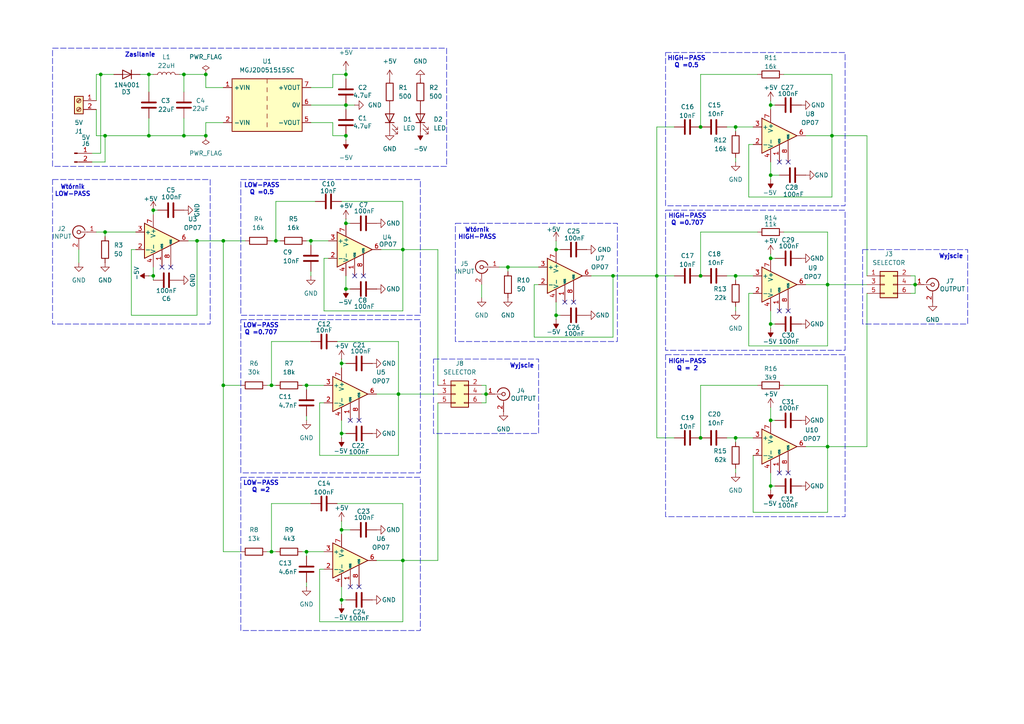
<source format=kicad_sch>
(kicad_sch (version 20231120) (generator "eeschema") (generator_version "8.0")
  (paper "A4")
  (lib_symbols
    (symbol "Amplifier_Operational:OP07" (pin_names (offset 0.127))
      (property "Reference" "U" (at 1.27 6.35 0))
      (property "Value" "OP07" (at 1.27 3.81 0))
      (symbol "OP07_1_1"
        (pin input line (at 0 -7.62 90) (length 5.08) (name "VOS") (number "1"))
        (pin input line (at -7.62 -2.54 0) (length 2.54) (name "-") (number "2"))
        (pin input line (at -7.62 2.54 0) (length 2.54) (name "+") (number "3"))
        (pin power_in line (at -2.54 -7.62 90) (length 3.81) (name "V-") (number "4"))
        (pin no_connect line (at 0 2.54 270) (length 2.54) hide (name "NC") (number "5"))
        (pin output line (at 7.62 0 180) (length 2.54) (name "~") (number "6"))
        (pin power_in line (at -2.54 7.62 270) (length 3.81) (name "V+") (number "7"))
        (pin input line (at 2.54 -7.62 90) (length 6.35) (name "VOS") (number "8"))
      )
    )
    (symbol "Connector:Conn_01x02_Pin" (pin_names (offset 1.016) hide)
      (property "Reference" "J" (at 0 2.54 0))
      (property "Value" "Conn_01x02_Pin" (at 0 -5.08 0))
      (symbol "Conn_01x02_Pin_1_1"
        (pin passive line (at 5.08 0 180) (length 3.81) (name "Pin_1") (number "1"))
        (pin passive line (at 5.08 -2.54 180) (length 3.81) (name "Pin_2") (number "2"))
      )
    )
    (symbol "Connector:Conn_Coaxial" (pin_names (offset 1.016) hide)
      (property "Reference" "J" (at 0.254 3.048 0))
      (property "Value" "Conn_Coaxial" (at 2.921 0 90))
      (symbol "Conn_Coaxial_1_1"
        (pin passive line (at -5.08 0 0) (length 2.54) (name "In") (number "1"))
        (pin passive line (at 0 -5.08 90) (length 2.54) (name "Ext") (number "2"))
      )
    )
    (symbol "Connector:Screw_Terminal_01x02" (pin_names (offset 1.016) hide)
      (property "Reference" "J" (at 0 2.54 0))
      (property "Value" "Screw_Terminal_01x02" (at 0 -5.08 0))
      (symbol "Screw_Terminal_01x02_1_1"
        (pin passive line (at -5.08 0 0) (length 3.81) (name "Pin_1") (number "1"))
        (pin passive line (at -5.08 -2.54 0) (length 3.81) (name "Pin_2") (number "2"))
      )
    )
    (symbol "Connector_Generic:Conn_02x03_Odd_Even" (pin_names (offset 1.016) hide)
      (property "Reference" "J" (at 1.27 5.08 0))
      (property "Value" "Conn_02x03_Odd_Even" (at 1.27 -5.08 0))
      (symbol "Conn_02x03_Odd_Even_1_1"
        (pin passive line (at -5.08 2.54 0) (length 3.81) (name "Pin_1") (number "1"))
        (pin passive line (at 7.62 2.54 180) (length 3.81) (name "Pin_2") (number "2"))
        (pin passive line (at -5.08 0 0) (length 3.81) (name "Pin_3") (number "3"))
        (pin passive line (at 7.62 0 180) (length 3.81) (name "Pin_4") (number "4"))
        (pin passive line (at -5.08 -2.54 0) (length 3.81) (name "Pin_5") (number "5"))
        (pin passive line (at 7.62 -2.54 180) (length 3.81) (name "Pin_6") (number "6"))
      )
    )
    (symbol "Converter_DCDC:MGJ2D051515SC"
      (property "Reference" "U" (at 0 11.43 0))
      (property "Value" "MGJ2D051515SC" (at 0 8.89 0))
      (symbol "MGJ2D051515SC_1_1"
        (pin power_in line (at -12.7 5.08 0) (length 2.54) (name "+VIN") (number "1"))
        (pin power_in line (at -12.7 -5.08 0) (length 2.54) (name "-VIN") (number "2"))
        (pin power_out line (at 12.7 -5.08 180) (length 2.54) (name "-VOUT") (number "5"))
        (pin power_out line (at 12.7 0 180) (length 2.54) (name "0V") (number "6"))
        (pin power_out line (at 12.7 5.08 180) (length 2.54) (name "+VOUT") (number "7"))
      )
    )
    (symbol "Device:C" (pin_numbers hide) (pin_names (offset 0.254))
      (property "Reference" "C" (at 0.635 2.54 0))
      (property "Value" "C" (at 0.635 -2.54 0))
      (symbol "C_1_1"
        (pin passive line (at 0 3.81 270) (length 2.794) (name "~") (number "1"))
        (pin passive line (at 0 -3.81 90) (length 2.794) (name "~") (number "2"))
      )
    )
    (symbol "Device:L" (pin_numbers hide) (pin_names (offset 1.016) hide)
      (property "Reference" "L" (at -1.27 0 90))
      (property "Value" "L" (at 1.905 0 90))
      (symbol "L_1_1"
        (pin passive line (at 0 3.81 270) (length 1.27) (name "1") (number "1"))
        (pin passive line (at 0 -3.81 90) (length 1.27) (name "2") (number "2"))
      )
    )
    (symbol "Device:LED" (pin_numbers hide) (pin_names (offset 1.016) hide)
      (property "Reference" "D" (at 0 2.54 0))
      (property "Value" "LED" (at 0 -2.54 0))
      (symbol "LED_1_1"
        (pin passive line (at -3.81 0 0) (length 2.54) (name "K") (number "1"))
        (pin passive line (at 3.81 0 180) (length 2.54) (name "A") (number "2"))
      )
    )
    (symbol "Device:R" (pin_numbers hide) (pin_names (offset 0))
      (property "Reference" "R" (at 2.032 0 90))
      (property "Value" "R" (at 0 0 90))
      (symbol "R_1_1"
        (pin passive line (at 0 3.81 270) (length 1.27) (name "~") (number "1"))
        (pin passive line (at 0 -3.81 90) (length 1.27) (name "~") (number "2"))
      )
    )
    (symbol "Diode:1N4001" (pin_numbers hide) (pin_names hide)
      (property "Reference" "D" (at 0 2.54 0))
      (property "Value" "1N4001" (at 0 -2.54 0))
      (symbol "1N4001_1_1"
        (pin passive line (at -3.81 0 0) (length 2.54) (name "K") (number "1"))
        (pin passive line (at 3.81 0 180) (length 2.54) (name "A") (number "2"))
      )
    )
    (symbol "power:+5V" (power) (pin_numbers hide) (pin_names (offset 0) hide)
      (property "Value" "+5V" (at 0 3.556 0))
      (symbol "+5V_1_1"
        (pin power_in line (at 0 0 90) (length 0) (name "~") (number "1"))
      )
    )
    (symbol "power:-5V" (power) (pin_numbers hide) (pin_names (offset 0) hide)
      (property "Value" "-5V" (at 0 3.556 0))
      (symbol "-5V_0_0"
        (pin power_in line (at 0 0 90) (length 0) (name "~") (number "1"))
      )
    )
    (symbol "power:GND" (power) (pin_numbers hide) (pin_names (offset 0) hide)
      (property "Value" "GND" (at 0 -3.81 0))
      (symbol "GND_1_1"
        (pin power_in line (at 0 0 270) (length 0) (name "~") (number "1"))
      )
    )
    (symbol "power:PWR_FLAG" (power) (pin_numbers hide) (pin_names (offset 0) hide)
      (property "Value" "PWR_FLAG" (at 0 3.81 0))
      (symbol "PWR_FLAG_0_0"
        (pin power_out line (at 0 0 90) (length 0) (name "~") (number "1"))
      )
    )
  )
  (junction (at 90.17 69.85))
  (junction (at 100.33 21.59))
  (junction (at 29.21 21.59))
  (junction (at 240.03 129.54))
  (junction (at 44.45 80.01))
  (junction (at 203.2 80.01))
  (junction (at 140.97 114.3))
  (junction (at 116.84 72.39))
  (junction (at 30.48 39.37))
  (junction (at 161.29 72.39))
  (junction (at 147.32 77.47))
  (junction (at 100.33 83.82))
  (junction (at 43.18 21.59))
  (junction (at 64.77 69.85))
  (junction (at 64.77 111.76))
  (junction (at 99.06 125.73))
  (junction (at 190.5 80.01))
  (junction (at 223.52 74.93))
  (junction (at 203.2 36.83))
  (junction (at 241.3 39.37))
  (junction (at 213.36 36.83))
  (junction (at 88.9 111.76))
  (junction (at 30.48 67.31))
  (junction (at 100.33 30.48))
  (junction (at 59.69 39.37))
  (junction (at 43.18 39.37))
  (junction (at 59.69 21.59))
  (junction (at 223.52 140.97))
  (junction (at 203.2 127))
  (junction (at 80.01 69.85))
  (junction (at 78.74 111.76))
  (junction (at 78.74 160.02))
  (junction (at 265.43 82.55))
  (junction (at 223.52 93.98))
  (junction (at 99.06 173.99))
  (junction (at 213.36 127))
  (junction (at 116.84 162.56))
  (junction (at 223.52 121.92))
  (junction (at 115.57 114.3))
  (junction (at 44.45 60.96))
  (junction (at 223.52 50.8))
  (junction (at 53.34 39.37))
  (junction (at 100.33 39.37))
  (junction (at 57.15 69.85))
  (junction (at 213.36 80.01))
  (junction (at 161.29 91.44))
  (junction (at 100.33 64.77))
  (junction (at 240.03 82.55))
  (junction (at 177.8 80.01))
  (junction (at 99.06 153.67))
  (junction (at 223.52 30.48))
  (junction (at 99.06 105.41))
  (junction (at 53.34 21.59))
  (junction (at 88.9 160.02))
  (no_connect (at 102.87 80.01))
  (no_connect (at 46.99 77.47))
  (no_connect (at 166.37 87.63))
  (no_connect (at 101.6 170.18))
  (no_connect (at 105.41 80.01))
  (no_connect (at 104.14 121.92))
  (no_connect (at 228.6 137.16))
  (no_connect (at 163.83 87.63))
  (no_connect (at 226.06 90.17))
  (no_connect (at 226.06 137.16))
  (no_connect (at 228.6 90.17))
  (no_connect (at 49.53 77.47))
  (no_connect (at 104.14 170.18))
  (no_connect (at 101.6 121.92))
  (no_connect (at 226.06 46.99))
  (no_connect (at 228.6 46.99))
  (wire (pts (xy 57.15 91.44) (xy 57.15 69.85)))
  (wire (pts (xy 96.52 21.59) (xy 100.33 21.59)))
  (wire (pts (xy 210.82 36.83) (xy 213.36 36.83)))
  (wire (pts (xy 100.33 20.32) (xy 100.33 21.59)))
  (wire (pts (xy 30.48 39.37) (xy 43.18 39.37)))
  (wire (pts (xy 99.06 105.41) (xy 100.33 105.41)))
  (wire (pts (xy 88.9 111.76) (xy 88.9 113.03)))
  (wire (pts (xy 43.18 80.01) (xy 44.45 80.01)))
  (wire (pts (xy 93.98 90.17) (xy 116.84 90.17)))
  (wire (pts (xy 88.9 160.02) (xy 88.9 161.29)))
  (wire (pts (xy 96.52 25.4) (xy 96.52 21.59)))
  (wire (pts (xy 190.5 80.01) (xy 195.58 80.01)))
  (wire (pts (xy 219.71 67.31) (xy 203.2 67.31)))
  (wire (pts (xy 264.16 85.09) (xy 265.43 85.09)))
  (wire (pts (xy 154.94 82.55) (xy 154.94 97.79)))
  (wire (pts (xy 161.29 69.85) (xy 161.29 72.39)))
  (wire (pts (xy 217.17 57.15) (xy 241.3 57.15)))
  (wire (pts (xy 29.21 44.45) (xy 29.21 21.59)))
  (wire (pts (xy 78.74 69.85) (xy 80.01 69.85)))
  (wire (pts (xy 116.84 180.34) (xy 116.84 162.56)))
  (wire (pts (xy 93.98 74.93) (xy 93.98 90.17)))
  (wire (pts (xy 88.9 168.91) (xy 88.9 170.18)))
  (wire (pts (xy 147.32 77.47) (xy 156.21 77.47)))
  (wire (pts (xy 57.15 69.85) (xy 54.61 69.85)))
  (wire (pts (xy 240.03 100.33) (xy 240.03 82.55)))
  (wire (pts (xy 223.52 30.48) (xy 223.52 31.75)))
  (wire (pts (xy 223.52 29.21) (xy 223.52 30.48)))
  (wire (pts (xy 110.49 72.39) (xy 116.84 72.39)))
  (wire (pts (xy 100.33 30.48) (xy 100.33 31.75)))
  (wire (pts (xy 241.3 39.37) (xy 251.46 39.37)))
  (wire (pts (xy 27.94 29.21) (xy 27.94 21.59)))
  (wire (pts (xy 116.84 90.17) (xy 116.84 72.39)))
  (wire (pts (xy 218.44 148.59) (xy 240.03 148.59)))
  (wire (pts (xy 88.9 69.85) (xy 90.17 69.85)))
  (wire (pts (xy 99.06 104.14) (xy 99.06 105.41)))
  (wire (pts (xy 30.48 67.31) (xy 27.94 67.31)))
  (wire (pts (xy 147.32 78.74) (xy 147.32 77.47)))
  (wire (pts (xy 59.69 25.4) (xy 64.77 25.4)))
  (wire (pts (xy 203.2 111.76) (xy 203.2 127)))
  (wire (pts (xy 53.34 39.37) (xy 59.69 39.37)))
  (wire (pts (xy 92.71 180.34) (xy 116.84 180.34)))
  (wire (pts (xy 26.67 44.45) (xy 29.21 44.45)))
  (wire (pts (xy 240.03 82.55) (xy 251.46 82.55)))
  (wire (pts (xy 140.97 111.76) (xy 140.97 114.3)))
  (wire (pts (xy 64.77 160.02) (xy 69.85 160.02)))
  (wire (pts (xy 96.52 39.37) (xy 100.33 39.37)))
  (wire (pts (xy 77.47 111.76) (xy 78.74 111.76)))
  (wire (pts (xy 59.69 35.56) (xy 64.77 35.56)))
  (wire (pts (xy 43.18 21.59) (xy 43.18 26.67)))
  (wire (pts (xy 233.68 39.37) (xy 241.3 39.37)))
  (wire (pts (xy 53.34 21.59) (xy 59.69 21.59)))
  (wire (pts (xy 100.33 30.48) (xy 102.87 30.48)))
  (wire (pts (xy 233.68 82.55) (xy 240.03 82.55)))
  (wire (pts (xy 99.06 153.67) (xy 99.06 154.94)))
  (wire (pts (xy 38.1 91.44) (xy 57.15 91.44)))
  (wire (pts (xy 213.36 80.01) (xy 218.44 80.01)))
  (wire (pts (xy 195.58 127) (xy 190.5 127)))
  (wire (pts (xy 38.1 72.39) (xy 38.1 91.44)))
  (wire (pts (xy 30.48 68.58) (xy 30.48 67.31)))
  (wire (pts (xy 203.2 21.59) (xy 203.2 36.83)))
  (wire (pts (xy 59.69 35.56) (xy 59.69 39.37)))
  (wire (pts (xy 97.79 146.05) (xy 116.84 146.05)))
  (wire (pts (xy 224.79 121.92) (xy 223.52 121.92)))
  (wire (pts (xy 30.48 46.99) (xy 30.48 39.37)))
  (wire (pts (xy 91.44 58.42) (xy 80.01 58.42)))
  (wire (pts (xy 80.01 58.42) (xy 80.01 69.85)))
  (wire (pts (xy 127 111.76) (xy 127 72.39)))
  (wire (pts (xy 64.77 111.76) (xy 64.77 160.02)))
  (wire (pts (xy 77.47 160.02) (xy 78.74 160.02)))
  (wire (pts (xy 171.45 80.01) (xy 177.8 80.01)))
  (wire (pts (xy 240.03 148.59) (xy 240.03 129.54)))
  (wire (pts (xy 78.74 160.02) (xy 80.01 160.02)))
  (wire (pts (xy 218.44 41.91) (xy 217.17 41.91)))
  (wire (pts (xy 203.2 67.31) (xy 203.2 80.01)))
  (wire (pts (xy 39.37 72.39) (xy 38.1 72.39)))
  (wire (pts (xy 99.06 125.73) (xy 99.06 121.92)))
  (wire (pts (xy 223.52 140.97) (xy 224.79 140.97)))
  (wire (pts (xy 213.36 135.89) (xy 213.36 137.16)))
  (wire (pts (xy 87.63 160.02) (xy 88.9 160.02)))
  (wire (pts (xy 223.52 93.98) (xy 223.52 90.17)))
  (wire (pts (xy 224.79 74.93) (xy 223.52 74.93)))
  (wire (pts (xy 100.33 63.5) (xy 100.33 64.77)))
  (wire (pts (xy 100.33 83.82) (xy 100.33 80.01)))
  (wire (pts (xy 88.9 120.65) (xy 88.9 121.92)))
  (wire (pts (xy 223.52 95.25) (xy 223.52 93.98)))
  (wire (pts (xy 190.5 36.83) (xy 195.58 36.83)))
  (wire (pts (xy 139.7 111.76) (xy 140.97 111.76)))
  (wire (pts (xy 218.44 85.09) (xy 217.17 85.09)))
  (wire (pts (xy 223.52 50.8) (xy 226.06 50.8)))
  (wire (pts (xy 90.17 30.48) (xy 100.33 30.48)))
  (wire (pts (xy 100.33 64.77) (xy 101.6 64.77)))
  (wire (pts (xy 80.01 69.85) (xy 81.28 69.85)))
  (wire (pts (xy 217.17 41.91) (xy 217.17 57.15)))
  (wire (pts (xy 109.22 114.3) (xy 115.57 114.3)))
  (wire (pts (xy 92.71 165.1) (xy 92.71 180.34)))
  (wire (pts (xy 139.7 86.36) (xy 139.7 82.55)))
  (wire (pts (xy 97.79 99.06) (xy 115.57 99.06)))
  (wire (pts (xy 213.36 88.9) (xy 213.36 90.17)))
  (wire (pts (xy 99.06 173.99) (xy 99.06 170.18)))
  (wire (pts (xy 190.5 36.83) (xy 190.5 80.01)))
  (wire (pts (xy 217.17 85.09) (xy 217.17 100.33)))
  (wire (pts (xy 127 116.84) (xy 127 162.56)))
  (wire (pts (xy 100.33 39.37) (xy 100.33 40.64)))
  (wire (pts (xy 223.52 142.24) (xy 223.52 140.97)))
  (wire (pts (xy 251.46 80.01) (xy 251.46 39.37)))
  (wire (pts (xy 109.22 162.56) (xy 116.84 162.56)))
  (wire (pts (xy 26.67 46.99) (xy 30.48 46.99)))
  (wire (pts (xy 240.03 129.54) (xy 251.46 129.54)))
  (wire (pts (xy 127 162.56) (xy 116.84 162.56)))
  (wire (pts (xy 223.52 140.97) (xy 223.52 137.16)))
  (wire (pts (xy 53.34 34.29) (xy 53.34 39.37)))
  (wire (pts (xy 93.98 116.84) (xy 92.71 116.84)))
  (wire (pts (xy 78.74 111.76) (xy 80.01 111.76)))
  (wire (pts (xy 92.71 132.08) (xy 115.57 132.08)))
  (wire (pts (xy 30.48 67.31) (xy 39.37 67.31)))
  (wire (pts (xy 99.06 151.13) (xy 99.06 153.67)))
  (wire (pts (xy 233.68 129.54) (xy 240.03 129.54)))
  (wire (pts (xy 99.06 175.26) (xy 99.06 173.99)))
  (wire (pts (xy 154.94 97.79) (xy 177.8 97.79)))
  (wire (pts (xy 223.52 52.07) (xy 223.52 50.8)))
  (wire (pts (xy 90.17 35.56) (xy 96.52 35.56)))
  (wire (pts (xy 115.57 132.08) (xy 115.57 114.3)))
  (wire (pts (xy 223.52 30.48) (xy 224.79 30.48)))
  (wire (pts (xy 240.03 67.31) (xy 240.03 82.55)))
  (wire (pts (xy 53.34 26.67) (xy 53.34 21.59)))
  (wire (pts (xy 64.77 111.76) (xy 69.85 111.76)))
  (wire (pts (xy 90.17 69.85) (xy 90.17 71.12)))
  (wire (pts (xy 99.06 153.67) (xy 101.6 153.67)))
  (wire (pts (xy 99.06 173.99) (xy 100.33 173.99)))
  (wire (pts (xy 27.94 39.37) (xy 30.48 39.37)))
  (wire (pts (xy 213.36 80.01) (xy 213.36 81.28)))
  (wire (pts (xy 223.52 93.98) (xy 224.79 93.98)))
  (wire (pts (xy 100.33 83.82) (xy 101.6 83.82)))
  (wire (pts (xy 227.33 67.31) (xy 240.03 67.31)))
  (wire (pts (xy 88.9 111.76) (xy 93.98 111.76)))
  (wire (pts (xy 93.98 165.1) (xy 92.71 165.1)))
  (wire (pts (xy 213.36 127) (xy 218.44 127)))
  (wire (pts (xy 96.52 35.56) (xy 96.52 39.37)))
  (wire (pts (xy 227.33 21.59) (xy 241.3 21.59)))
  (wire (pts (xy 213.36 45.72) (xy 213.36 46.99)))
  (wire (pts (xy 90.17 25.4) (xy 96.52 25.4)))
  (wire (pts (xy 78.74 146.05) (xy 78.74 160.02)))
  (wire (pts (xy 213.36 36.83) (xy 218.44 36.83)))
  (wire (pts (xy 43.18 34.29) (xy 43.18 39.37)))
  (wire (pts (xy 115.57 99.06) (xy 115.57 114.3)))
  (wire (pts (xy 99.06 125.73) (xy 100.33 125.73)))
  (wire (pts (xy 190.5 80.01) (xy 177.8 80.01)))
  (wire (pts (xy 213.36 36.83) (xy 213.36 38.1)))
  (wire (pts (xy 116.84 146.05) (xy 116.84 162.56)))
  (wire (pts (xy 116.84 58.42) (xy 116.84 72.39)))
  (wire (pts (xy 99.06 105.41) (xy 99.06 106.68)))
  (wire (pts (xy 64.77 69.85) (xy 64.77 111.76)))
  (wire (pts (xy 218.44 132.08) (xy 218.44 148.59)))
  (wire (pts (xy 43.18 39.37) (xy 53.34 39.37)))
  (wire (pts (xy 99.06 127) (xy 99.06 125.73)))
  (wire (pts (xy 190.5 127) (xy 190.5 80.01)))
  (wire (pts (xy 241.3 57.15) (xy 241.3 39.37)))
  (wire (pts (xy 52.07 21.59) (xy 53.34 21.59)))
  (wire (pts (xy 88.9 160.02) (xy 93.98 160.02)))
  (wire (pts (xy 40.64 21.59) (xy 43.18 21.59)))
  (wire (pts (xy 161.29 92.71) (xy 161.29 91.44)))
  (wire (pts (xy 59.69 21.59) (xy 59.69 25.4)))
  (wire (pts (xy 95.25 74.93) (xy 93.98 74.93)))
  (wire (pts (xy 100.33 22.86) (xy 100.33 21.59)))
  (wire (pts (xy 251.46 85.09) (xy 251.46 129.54)))
  (wire (pts (xy 87.63 111.76) (xy 88.9 111.76)))
  (wire (pts (xy 139.7 114.3) (xy 140.97 114.3)))
  (wire (pts (xy 147.32 77.47) (xy 144.78 77.47)))
  (wire (pts (xy 210.82 80.01) (xy 213.36 80.01)))
  (wire (pts (xy 90.17 69.85) (xy 95.25 69.85)))
  (wire (pts (xy 116.84 72.39) (xy 127 72.39)))
  (wire (pts (xy 217.17 100.33) (xy 240.03 100.33)))
  (wire (pts (xy 161.29 91.44) (xy 161.29 87.63)))
  (wire (pts (xy 115.57 114.3) (xy 127 114.3)))
  (wire (pts (xy 223.52 50.8) (xy 223.52 46.99)))
  (wire (pts (xy 223.52 73.66) (xy 223.52 74.93)))
  (wire (pts (xy 140.97 116.84) (xy 140.97 114.3)))
  (wire (pts (xy 64.77 69.85) (xy 71.12 69.85)))
  (wire (pts (xy 44.45 80.01) (xy 44.45 81.28)))
  (wire (pts (xy 78.74 99.06) (xy 78.74 111.76)))
  (wire (pts (xy 227.33 111.76) (xy 240.03 111.76)))
  (wire (pts (xy 92.71 116.84) (xy 92.71 132.08)))
  (wire (pts (xy 90.17 99.06) (xy 78.74 99.06)))
  (wire (pts (xy 90.17 78.74) (xy 90.17 80.01)))
  (wire (pts (xy 99.06 58.42) (xy 116.84 58.42)))
  (wire (pts (xy 240.03 111.76) (xy 240.03 129.54)))
  (wire (pts (xy 219.71 111.76) (xy 203.2 111.76)))
  (wire (pts (xy 90.17 146.05) (xy 78.74 146.05)))
  (wire (pts (xy 44.45 60.96) (xy 45.72 60.96)))
  (wire (pts (xy 156.21 82.55) (xy 154.94 82.55)))
  (wire (pts (xy 22.86 76.2) (xy 22.86 72.39)))
  (wire (pts (xy 57.15 69.85) (xy 64.77 69.85)))
  (wire (pts (xy 265.43 80.01) (xy 265.43 82.55)))
  (wire (pts (xy 177.8 80.01) (xy 177.8 97.79)))
  (wire (pts (xy 43.18 21.59) (xy 44.45 21.59)))
  (wire (pts (xy 161.29 91.44) (xy 162.56 91.44)))
  (wire (pts (xy 44.45 60.96) (xy 44.45 62.23)))
  (wire (pts (xy 265.43 85.09) (xy 265.43 82.55)))
  (wire (pts (xy 29.21 21.59) (xy 33.02 21.59)))
  (wire (pts (xy 219.71 21.59) (xy 203.2 21.59)))
  (wire (pts (xy 210.82 127) (xy 213.36 127)))
  (wire (pts (xy 161.29 72.39) (xy 162.56 72.39)))
  (wire (pts (xy 264.16 80.01) (xy 265.43 80.01)))
  (wire (pts (xy 27.94 31.75) (xy 27.94 39.37)))
  (wire (pts (xy 139.7 116.84) (xy 140.97 116.84)))
  (wire (pts (xy 264.16 82.55) (xy 265.43 82.55)))
  (wire (pts (xy 213.36 127) (xy 213.36 128.27)))
  (wire (pts (xy 27.94 21.59) (xy 29.21 21.59)))
  (wire (pts (xy 223.52 118.11) (xy 223.52 121.92)))
  (wire (pts (xy 241.3 21.59) (xy 241.3 39.37)))
  (wire (pts (xy 44.45 77.47) (xy 44.45 80.01)))
  (rectangle (start 132.08 64.77) (end 179.07 99.06) (stroke (width 0) (type dash)))
  (rectangle (start 193.04 15.24) (end 245.11 59.69) (stroke (width 0) (type dash)))
  (rectangle (start 193.04 60.96) (end 245.11 101.6) (stroke (width 0) (type dash)))
  (rectangle (start 69.85 52.07) (end 121.92 91.44) (stroke (width 0) (type dash)))
  (rectangle (start 250.19 72.39) (end 280.67 93.98) (stroke (width 0) (type dash)))
  (rectangle (start 69.85 92.71) (end 121.92 137.16) (stroke (width 0) (type dash)))
  (rectangle (start 15.24 13.97) (end 129.54 48.26) (stroke (width 0) (type dash)))
  (rectangle (start 125.73 104.14) (end 156.21 125.73) (stroke (width 0) (type dash)))
  (rectangle (start 193.04 102.87) (end 245.11 149.86) (stroke (width 0) (type dash)))
  (rectangle (start 15.24 52.07) (end 60.96 93.98) (stroke (width 0) (type dash)))
  (rectangle (start 69.85 138.43) (end 121.92 182.88) (stroke (width 0) (type dash)))
  (text "Wyjscie\n" (at 275.844 74.422 0) (effects (font (size 1.27 1.27) (bold yes))))
  (text "Wyjscie\n" (at 151.384 106.172 0) (effects (font (size 1.27 1.27) (bold yes))))
  (text "LOW-PASS\nQ =2" (at 75.692 141.224 0) (effects (font (size 1.27 1.27) (bold yes))))
  (text "LOW-PASS\nQ =0.707\n" (at 75.692 95.504 0) (effects (font (size 1.27 1.27) (bold yes))))
  (text "Zasilanie" (at 40.64 16.002 0) (effects (font (size 1.27 1.27) (thickness 0.254) (bold yes))))
  (text "Wtórnik\nHIGH-PASS\n" (at 138.43 67.818 0) (effects (font (size 1.27 1.27) (bold yes))))
  (text "HIGH-PASS\nQ =0.5" (at 199.136 18.034 0) (effects (font (size 1.27 1.27) (bold yes))))
  (text "HIGH-PASS\nQ = 2" (at 199.39 105.918 0) (effects (font (size 1.27 1.27) (bold yes))))
  (text "HIGH-PASS\nQ =0.707" (at 199.39 63.754 0) (effects (font (size 1.27 1.27) (bold yes))))
  (text "LOW-PASS\nQ =0.5" (at 75.946 54.864 0) (effects (font (size 1.27 1.27) (bold yes))))
  (text "Wtórnik\nLOW-PASS\n" (at 21.082 55.372 0) (effects (font (size 1.27 1.27) (bold yes))))
  (symbol (lib_id "power:-5V") (at 223.52 142.24 180) (unit 1)
    (property "Reference" "#PWR035" (effects (hide yes)))
    (property "Value" "-5V" (at 223.266 146.05 0))
    (property "Description" "Power symbol creates a global label with name \"-5V\"" (effects (hide yes)))
  )
  (symbol (lib_id "power:GND") (at 170.18 72.39 90) (unit 1)
    (property "Reference" "#PWR044" (effects (hide yes)))
    (property "Value" "GND" (at 173.228 72.39 90) (effects (justify right)))
    (property "Description" "Power symbol creates a global label with name \"GND\" , ground" (effects (hide yes)))
  )
  (symbol (lib_id "Device:C") (at 53.34 30.48 180) (unit 1)
    (property "Reference" "C4" (at 58.166 29.21 0))
    (property "Value" "22uF" (at 58.166 31.496 0))
    (property "Footprint" "Capacitor_THT:C_Disc_D5.1mm_W3.2mm_P5.00mm" (effects (hide yes)))
    (property "Description" "Unpolarized capacitor" (effects (hide yes)))
  )
  (symbol (lib_id "power:PWR_FLAG") (at 59.69 39.37 180) (unit 1)
    (property "Reference" "#FLG02" (effects (hide yes)))
    (property "Value" "PWR_FLAG" (at 59.69 44.45 0))
    (property "Description" "Special symbol for telling ERC where power comes from" (effects (hide yes)))
  )
  (symbol (lib_id "Device:C") (at 48.26 81.28 270) (unit 1)
    (property "Reference" "C6" (at 48.26 86.614 90))
    (property "Value" "100nF" (at 48.26 84.328 90))
    (property "Footprint" "Capacitor_THT:C_Disc_D5.1mm_W3.2mm_P5.00mm" (effects (hide yes)))
    (property "Description" "Unpolarized capacitor" (effects (hide yes)))
  )
  (symbol (lib_id "Connector:Conn_Coaxial") (at 270.51 82.55 0) (unit 1)
    (property "Reference" "J7" (at 274.32 81.5731 0) (effects (justify left)))
    (property "Value" "OUTPUT" (at 272.542 83.82 0) (effects (justify left)))
    (property "Footprint" "Connector_Coaxial:BNC_Amphenol_B6252HB-NPP3G-50_Horizontal" (effects (hide yes)))
    (property "Description" "coaxial connector (BNC, SMA, SMB, SMC, Cinch/RCA, LEMO, ...)" (effects (hide yes)))
  )
  (symbol (lib_id "Device:R") (at 223.52 21.59 90) (unit 1)
    (property "Reference" "R11" (at 223.52 16.764 90))
    (property "Value" "16k" (at 223.52 19.304 90))
    (property "Footprint" "Resistor_SMD:R_1206_3216Metric_Pad1.30x1.75mm_HandSolder" (effects (hide yes)))
    (property "Description" "Resistor" (effects (hide yes)))
  )
  (symbol (lib_id "power:PWR_FLAG") (at 59.69 21.59 0) (unit 1)
    (property "Reference" "#FLG01" (effects (hide yes)))
    (property "Value" "PWR_FLAG" (at 59.69 16.51 0))
    (property "Description" "Special symbol for telling ERC where power comes from" (effects (hide yes)))
  )
  (symbol (lib_id "Amplifier_Operational:OP07") (at 226.06 39.37 0) (unit 1)
    (property "Reference" "U8" (at 234.95 33.0514 0))
    (property "Value" "OP07" (at 234.95 35.5914 0))
    (property "Footprint" "Package_SO:SO-8_5.3x6.2mm_P1.27mm" (effects (hide yes)))
    (property "Datasheet" "https://www.analog.com/media/en/technical-documentation/data-sheets/OP07.pdf" (effects (hide yes)))
    (property "Description" "Single Ultra-Low Offset Voltage Operational Amplifier, DIP-8/SOIC-8" (effects (hide yes)))
  )
  (symbol (lib_id "Connector:Conn_Coaxial") (at 146.05 114.3 0) (unit 1)
    (property "Reference" "J4" (at 149.86 113.3231 0) (effects (justify left)))
    (property "Value" "OUTPUT" (at 148.082 115.57 0) (effects (justify left)))
    (property "Footprint" "Connector_Coaxial:BNC_Amphenol_B6252HB-NPP3G-50_Horizontal" (effects (hide yes)))
    (property "Description" "coaxial connector (BNC, SMA, SMB, SMC, Cinch/RCA, LEMO, ...)" (effects (hide yes)))
  )
  (symbol (lib_id "Connector_Generic:Conn_02x03_Odd_Even") (at 132.08 114.3 0) (unit 1)
    (property "Reference" "J8" (at 133.35 105.41 0))
    (property "Value" "SELECTOR" (at 133.35 107.95 0))
    (property "Footprint" "Connector_PinHeader_2.54mm:PinHeader_2x03_P2.54mm_Vertical" (effects (hide yes)))
    (property "Description" "Generic connector, double row, 02x03, odd/even pin numbering scheme (row 1 odd numbers, row 2 even numbers), script generated (kicad-library-utils/schlib/autogen/connector/)" (effects (hide yes)))
  )
  (symbol (lib_id "power:+5V") (at 100.33 63.5 0) (unit 1)
    (property "Reference" "#PWR012" (effects (hide yes)))
    (property "Value" "+5V" (at 100.33 59.69 0))
    (property "Description" "Power symbol creates a global label with name \"+5V\"" (effects (hide yes)))
  )
  (symbol (lib_id "Device:C") (at 88.9 165.1 0) (unit 1)
    (property "Reference" "C13" (at 80.772 163.322 0) (effects (justify left)))
    (property "Value" "4.6nF" (at 80.772 165.862 0) (effects (justify left)))
    (property "Footprint" "Capacitor_THT:C_Disc_D5.1mm_W3.2mm_P5.00mm" (effects (hide yes)))
    (property "Description" "Unpolarized capacitor" (effects (hide yes)))
  )
  (symbol (lib_id "power:-5V") (at 99.06 127 180) (unit 1)
    (property "Reference" "#PWR017" (effects (hide yes)))
    (property "Value" "-5V" (at 98.806 130.81 0))
    (property "Description" "Power symbol creates a global label with name \"-5V\"" (effects (hide yes)))
  )
  (symbol (lib_id "Amplifier_Operational:OP07") (at 101.6 114.3 0) (unit 1)
    (property "Reference" "U5" (at 110.49 107.9814 0))
    (property "Value" "OP07" (at 110.49 110.5214 0))
    (property "Footprint" "Package_SO:SO-8_5.3x6.2mm_P1.27mm" (effects (hide yes)))
    (property "Datasheet" "https://www.analog.com/media/en/technical-documentation/data-sheets/OP07.pdf" (effects (hide yes)))
    (property "Description" "Single Ultra-Low Offset Voltage Operational Amplifier, DIP-8/SOIC-8" (effects (hide yes)))
  )
  (symbol (lib_id "Device:C") (at 228.6 140.97 270) (unit 1)
    (property "Reference" "C32" (at 228.346 144.78 90))
    (property "Value" "100nF" (at 228.6 146.558 90))
    (property "Footprint" "Capacitor_THT:C_Disc_D5.1mm_W3.2mm_P5.00mm" (effects (hide yes)))
    (property "Description" "Unpolarized capacitor" (effects (hide yes)))
  )
  (symbol (lib_id "power:+5V") (at 99.06 151.13 0) (unit 1)
    (property "Reference" "#PWR019" (effects (hide yes)))
    (property "Value" "+5V" (at 99.06 147.32 0))
    (property "Description" "Power symbol creates a global label with name \"+5V\"" (effects (hide yes)))
  )
  (symbol (lib_id "Amplifier_Operational:OP07") (at 163.83 80.01 0) (unit 1)
    (property "Reference" "U7" (at 173.99 74.93 0))
    (property "Value" "OP07" (at 173.99 77.47 0))
    (property "Footprint" "Package_SO:SO-8_5.3x6.2mm_P1.27mm" (effects (hide yes)))
    (property "Datasheet" "https://www.analog.com/media/en/technical-documentation/data-sheets/OP07.pdf" (effects (hide yes)))
    (property "Description" "Single Ultra-Low Offset Voltage Operational Amplifier, DIP-8/SOIC-8" (effects (hide yes)))
  )
  (symbol (lib_id "power:-5V") (at 100.33 40.64 180) (unit 1)
    (property "Reference" "#PWR03" (effects (hide yes)))
    (property "Value" "-5V" (at 100.33 45.72 0))
    (property "Description" "Power symbol creates a global label with name \"-5V\"" (effects (hide yes)))
  )
  (symbol (lib_id "power:GND") (at 109.22 64.77 90) (unit 1)
    (property "Reference" "#PWR038" (effects (hide yes)))
    (property "Value" "GND" (at 112.014 64.77 90) (effects (justify right)))
    (property "Description" "Power symbol creates a global label with name \"GND\" , ground" (effects (hide yes)))
  )
  (symbol (lib_id "power:GND") (at 53.34 60.96 90) (unit 1)
    (property "Reference" "#PWR037" (effects (hide yes)))
    (property "Value" "GND" (at 57.15 60.96 0))
    (property "Description" "Power symbol creates a global label with name \"GND\" , ground" (effects (hide yes)))
  )
  (symbol (lib_id "power:+5V") (at 44.45 60.96 0) (unit 1)
    (property "Reference" "#PWR010" (effects (hide yes)))
    (property "Value" "+5V" (at 43.688 57.658 0))
    (property "Description" "Power symbol creates a global label with name \"+5V\"" (effects (hide yes)))
  )
  (symbol (lib_id "Device:C") (at 49.53 60.96 270) (unit 1)
    (property "Reference" "C5" (at 49.53 55.118 90))
    (property "Value" "100nF" (at 49.784 57.15 90))
    (property "Footprint" "Capacitor_THT:C_Disc_D5.1mm_W3.2mm_P5.00mm" (effects (hide yes)))
    (property "Description" "Unpolarized capacitor" (effects (hide yes)))
  )
  (symbol (lib_id "Device:R") (at 83.82 111.76 90) (unit 1)
    (property "Reference" "R7" (at 83.82 105.41 90))
    (property "Value" "18k" (at 83.82 107.95 90))
    (property "Footprint" "Resistor_SMD:R_1206_3216Metric_Pad1.30x1.75mm_HandSolder" (effects (hide yes)))
    (property "Description" "Resistor" (effects (hide yes)))
  )
  (symbol (lib_id "power:+5V") (at 223.52 29.21 0) (unit 1)
    (property "Reference" "#PWR027" (effects (hide yes)))
    (property "Value" "+5V" (at 223.52 25.4 0))
    (property "Description" "Power symbol creates a global label with name \"+5V\"" (effects (hide yes)))
  )
  (symbol (lib_id "Device:R") (at 73.66 111.76 90) (unit 1)
    (property "Reference" "R6" (at 73.66 105.41 90))
    (property "Value" "30k" (at 73.66 107.95 90))
    (property "Footprint" "Resistor_SMD:R_1206_3216Metric_Pad1.30x1.75mm_HandSolder" (effects (hide yes)))
    (property "Description" "Resistor" (effects (hide yes)))
  )
  (symbol (lib_id "Connector:Conn_Coaxial") (at 139.7 77.47 0) (mirror y) (unit 1)
    (property "Reference" "J5" (at 135.89 76.4931 0) (effects (justify left)))
    (property "Value" "INPUT" (at 137.668 78.74 0) (effects (justify left)))
    (property "Footprint" "Connector_Coaxial:BNC_Amphenol_B6252HB-NPP3G-50_Horizontal" (effects (hide yes)))
    (property "Description" "coaxial connector (BNC, SMA, SMB, SMC, Cinch/RCA, LEMO, ...)" (effects (hide yes)))
  )
  (symbol (lib_id "power:GND") (at 232.41 74.93 90) (unit 1)
    (property "Reference" "#PWR048" (effects (hide yes)))
    (property "Value" "GND" (at 234.95 74.93 90) (effects (justify right)))
    (property "Description" "Power symbol creates a global label with name \"GND\" , ground" (effects (hide yes)))
  )
  (symbol (lib_id "Device:C") (at 100.33 35.56 180) (unit 1)
    (property "Reference" "C1" (at 105.156 34.29 0))
    (property "Value" "4.7uF" (at 105.156 36.576 0))
    (property "Footprint" "Capacitor_THT:C_Disc_D5.1mm_W3.2mm_P5.00mm" (effects (hide yes)))
    (property "Description" "Unpolarized capacitor" (effects (hide yes)))
  )
  (symbol (lib_id "Device:R") (at 83.82 160.02 90) (unit 1)
    (property "Reference" "R9" (at 83.82 153.67 90))
    (property "Value" "4k3" (at 83.82 156.21 90))
    (property "Footprint" "Resistor_SMD:R_1206_3216Metric_Pad1.30x1.75mm_HandSolder" (effects (hide yes)))
    (property "Description" "Resistor" (effects (hide yes)))
  )
  (symbol (lib_id "Device:R") (at 74.93 69.85 90) (unit 1)
    (property "Reference" "R4" (at 74.93 63.5 90))
    (property "Value" "16k" (at 74.93 66.04 90))
    (property "Footprint" "Resistor_SMD:R_1206_3216Metric_Pad1.30x1.75mm_HandSolder" (effects (hide yes)))
    (property "Description" "Resistor" (effects (hide yes)))
  )
  (symbol (lib_id "power:GND") (at 170.18 91.44 90) (unit 1)
    (property "Reference" "#PWR045" (effects (hide yes)))
    (property "Value" "GND" (at 172.72 91.44 90) (effects (justify right)))
    (property "Description" "Power symbol creates a global label with name \"GND\" , ground" (effects (hide yes)))
  )
  (symbol (lib_id "Device:LED") (at 121.92 34.29 90) (unit 1)
    (property "Reference" "D2" (at 125.73 34.6074 90) (effects (justify right)))
    (property "Value" "LED" (at 125.73 37.1474 90) (effects (justify right)))
    (property "Footprint" "LED_THT:LED_D3.0mm_FlatTop" (effects (hide yes)))
    (property "Description" "Light emitting diode" (effects (hide yes)))
  )
  (symbol (lib_id "Device:R") (at 223.52 111.76 90) (unit 1)
    (property "Reference" "R16" (at 223.52 106.934 90))
    (property "Value" "3k9" (at 223.52 109.474 90))
    (property "Footprint" "Resistor_SMD:R_1206_3216Metric_Pad1.30x1.75mm_HandSolder" (effects (hide yes)))
    (property "Description" "Resistor" (effects (hide yes)))
  )
  (symbol (lib_id "Device:C") (at 228.6 93.98 270) (unit 1)
    (property "Reference" "C30" (at 228.6 97.282 90))
    (property "Value" "100nF" (at 228.854 99.06 90))
    (property "Footprint" "Capacitor_THT:C_Disc_D5.1mm_W3.2mm_P5.00mm" (effects (hide yes)))
    (property "Description" "Unpolarized capacitor" (effects (hide yes)))
  )
  (symbol (lib_id "power:GND") (at 90.17 80.01 0) (unit 1)
    (property "Reference" "#PWR014" (effects (hide yes)))
    (property "Value" "GND" (at 90.17 85.09 0))
    (property "Description" "Power symbol creates a global label with name \"GND\" , ground" (effects (hide yes)))
  )
  (symbol (lib_id "Device:LED") (at 113.03 34.29 90) (unit 1)
    (property "Reference" "D1" (at 116.84 34.6074 90) (effects (justify right)))
    (property "Value" "LED" (at 116.84 37.1474 90) (effects (justify right)))
    (property "Footprint" "LED_THT:LED_D3.0mm_FlatTop" (effects (hide yes)))
    (property "Description" "Light emitting diode" (effects (hide yes)))
  )
  (symbol (lib_id "power:+5V") (at 100.33 20.32 0) (unit 1)
    (property "Reference" "#PWR02" (effects (hide yes)))
    (property "Value" "+5V" (at 100.33 15.24 0))
    (property "Description" "Power symbol creates a global label with name \"+5V\"" (effects (hide yes)))
  )
  (symbol (lib_id "power:-5V") (at 99.06 175.26 180) (unit 1)
    (property "Reference" "#PWR020" (effects (hide yes)))
    (property "Value" "-5V" (at 98.806 179.07 0))
    (property "Description" "Power symbol creates a global label with name \"-5V\"" (effects (hide yes)))
  )
  (symbol (lib_id "Diode:1N4001") (at 36.83 21.59 180) (unit 1)
    (property "Reference" "D3" (at 36.576 26.67 0))
    (property "Value" "1N4001" (at 36.83 24.638 0))
    (property "Footprint" "Diode_THT:D_DO-41_SOD81_P10.16mm_Horizontal" (effects (hide yes)))
    (property "Datasheet" "http://www.vishay.com/docs/88503/1n4001.pdf" (effects (hide yes)))
    (property "Description" "50V 1A General Purpose Rectifier Diode, DO-41" (effects (hide yes)))
    (property "Sim.Device" "D" (effects (hide yes)))
    (property "Sim.Pins" "1=K 2=A" (effects (hide yes)))
  )
  (symbol (lib_id "power:GND") (at 121.92 22.86 180) (unit 1)
    (property "Reference" "#PWR06" (effects (hide yes)))
    (property "Value" "GND" (at 121.92 17.78 0))
    (property "Description" "Power symbol creates a global label with name \"GND\" , ground" (effects (hide yes)))
  )
  (symbol (lib_id "Device:C") (at 199.39 80.01 90) (unit 1)
    (property "Reference" "C17" (at 199.39 74.168 90))
    (property "Value" "10nF" (at 199.39 76.708 90))
    (property "Footprint" "Capacitor_THT:C_Disc_D5.1mm_W3.2mm_P5.00mm" (effects (hide yes)))
    (property "Description" "Unpolarized capacitor" (effects (hide yes)))
  )
  (symbol (lib_id "power:GND") (at 107.95 105.41 90) (unit 1)
    (property "Reference" "#PWR040" (effects (hide yes)))
    (property "Value" "GND" (at 110.744 105.41 90) (effects (justify right)))
    (property "Description" "Power symbol creates a global label with name \"GND\" , ground" (effects (hide yes)))
  )
  (symbol (lib_id "Device:R") (at 223.52 67.31 90) (unit 1)
    (property "Reference" "R14" (at 223.52 63.246 90))
    (property "Value" "11k" (at 223.52 65.024 90))
    (property "Footprint" "Resistor_SMD:R_1206_3216Metric_Pad1.30x1.75mm_HandSolder" (effects (hide yes)))
    (property "Description" "Resistor" (effects (hide yes)))
  )
  (symbol (lib_id "power:GND") (at 232.41 140.97 90) (unit 1)
    (property "Reference" "#PWR051" (effects (hide yes)))
    (property "Value" "GND" (at 234.95 140.97 90) (effects (justify right)))
    (property "Description" "Power symbol creates a global label with name \"GND\" , ground" (effects (hide yes)))
  )
  (symbol (lib_id "power:GND") (at 232.41 93.98 90) (unit 1)
    (property "Reference" "#PWR049" (effects (hide yes)))
    (property "Value" "GND" (at 234.95 93.98 90) (effects (justify right)))
    (property "Description" "Power symbol creates a global label with name \"GND\" , ground" (effects (hide yes)))
  )
  (symbol (lib_id "power:+5V") (at 161.29 69.85 0) (unit 1)
    (property "Reference" "#PWR024" (effects (hide yes)))
    (property "Value" "+5V" (at 160.528 66.548 0))
    (property "Description" "Power symbol creates a global label with name \"+5V\"" (effects (hide yes)))
  )
  (symbol (lib_id "Device:C") (at 228.6 30.48 270) (unit 1)
    (property "Reference" "C27" (at 228.346 25.4 90))
    (property "Value" "100nF" (at 228.6 27.178 90))
    (property "Footprint" "Capacitor_THT:C_Disc_D5.1mm_W3.2mm_P5.00mm" (effects (hide yes)))
    (property "Description" "Unpolarized capacitor" (effects (hide yes)))
  )
  (symbol (lib_id "power:-5V") (at 100.33 83.82 180) (unit 1)
    (property "Reference" "#PWR013" (effects (hide yes)))
    (property "Value" "-5V" (at 100.076 87.63 0))
    (property "Description" "Power symbol creates a global label with name \"-5V\"" (effects (hide yes)))
  )
  (symbol (lib_id "Device:C") (at 105.41 153.67 270) (unit 1)
    (property "Reference" "C23" (at 105.41 148.336 90))
    (property "Value" "100nF" (at 105.664 150.114 90))
    (property "Footprint" "Capacitor_THT:C_Disc_D5.1mm_W3.2mm_P5.00mm" (effects (hide yes)))
    (property "Description" "Unpolarized capacitor" (effects (hide yes)))
  )
  (symbol (lib_id "Device:C") (at 100.33 26.67 180) (unit 1)
    (property "Reference" "C2" (at 105.156 25.4 0))
    (property "Value" "4.7uF" (at 105.156 27.686 0))
    (property "Footprint" "Capacitor_THT:C_Disc_D5.1mm_W3.2mm_P5.00mm" (effects (hide yes)))
    (property "Description" "Unpolarized capacitor" (effects (hide yes)))
  )
  (symbol (lib_id "Device:C") (at 104.14 105.41 270) (unit 1)
    (property "Reference" "C21" (at 104.14 100.076 90))
    (property "Value" "100nF" (at 104.648 101.854 90))
    (property "Footprint" "Capacitor_THT:C_Disc_D5.1mm_W3.2mm_P5.00mm" (effects (hide yes)))
    (property "Description" "Unpolarized capacitor" (effects (hide yes)))
  )
  (symbol (lib_id "Device:C") (at 207.01 36.83 270) (unit 1)
    (property "Reference" "C15" (at 205.232 30.48 90) (effects (justify left)))
    (property "Value" "10nF" (at 205.232 33.02 90) (effects (justify left)))
    (property "Footprint" "Capacitor_THT:C_Disc_D5.1mm_W3.2mm_P5.00mm" (effects (hide yes)))
    (property "Description" "Unpolarized capacitor" (effects (hide yes)))
  )
  (symbol (lib_id "power:GND") (at 232.41 30.48 90) (unit 1)
    (property "Reference" "#PWR046" (effects (hide yes)))
    (property "Value" "GND" (at 235.204 30.48 90) (effects (justify right)))
    (property "Description" "Power symbol creates a global label with name \"GND\" , ground" (effects (hide yes)))
  )
  (symbol (lib_id "Device:C") (at 228.6 74.93 270) (unit 1)
    (property "Reference" "C29" (at 228.6 69.596 90))
    (property "Value" "100nF" (at 228.854 71.374 90))
    (property "Footprint" "Capacitor_THT:C_Disc_D5.1mm_W3.2mm_P5.00mm" (effects (hide yes)))
    (property "Description" "Unpolarized capacitor" (effects (hide yes)))
  )
  (symbol (lib_id "Device:R") (at 113.03 26.67 0) (unit 1)
    (property "Reference" "R1" (at 115.57 25.3999 0) (effects (justify left)))
    (property "Value" "500" (at 115.57 27.9399 0) (effects (justify left)))
    (property "Footprint" "Resistor_SMD:R_1206_3216Metric_Pad1.30x1.75mm_HandSolder" (effects (hide yes)))
    (property "Description" "Resistor" (effects (hide yes)))
  )
  (symbol (lib_id "Device:R") (at 121.92 26.67 0) (unit 1)
    (property "Reference" "R2" (at 124.46 25.3999 0) (effects (justify left)))
    (property "Value" "500" (at 124.46 27.9399 0) (effects (justify left)))
    (property "Footprint" "Resistor_SMD:R_1206_3216Metric_Pad1.30x1.75mm_HandSolder" (effects (hide yes)))
    (property "Description" "Resistor" (effects (hide yes)))
  )
  (symbol (lib_id "Amplifier_Operational:OP07") (at 226.06 129.54 0) (unit 1)
    (property "Reference" "U10" (at 235.458 124.714 0))
    (property "Value" "OP07" (at 235.458 127.254 0))
    (property "Footprint" "Package_SO:SO-8_5.3x6.2mm_P1.27mm" (effects (hide yes)))
    (property "Datasheet" "https://www.analog.com/media/en/technical-documentation/data-sheets/OP07.pdf" (effects (hide yes)))
    (property "Description" "Single Ultra-Low Offset Voltage Operational Amplifier, DIP-8/SOIC-8" (effects (hide yes)))
  )
  (symbol (lib_id "Device:C") (at 93.98 146.05 90) (unit 1)
    (property "Reference" "C14" (at 93.98 140.208 90))
    (property "Value" "100nF" (at 93.98 142.748 90))
    (property "Footprint" "Capacitor_THT:C_Disc_D5.1mm_W3.2mm_P5.00mm" (effects (hide yes)))
    (property "Description" "Unpolarized capacitor" (effects (hide yes)))
  )
  (symbol (lib_id "power:GND") (at 213.36 90.17 0) (unit 1)
    (property "Reference" "#PWR030" (effects (hide yes)))
    (property "Value" "GND" (at 213.36 95.25 0))
    (property "Description" "Power symbol creates a global label with name \"GND\" , ground" (effects (hide yes)))
  )
  (symbol (lib_id "Device:R") (at 213.36 41.91 0) (mirror x) (unit 1)
    (property "Reference" "R12" (at 210.82 40.6399 0) (effects (justify right)))
    (property "Value" "16k" (at 210.82 43.1799 0) (effects (justify right)))
    (property "Footprint" "Resistor_SMD:R_1206_3216Metric_Pad1.30x1.75mm_HandSolder" (effects (hide yes)))
    (property "Description" "Resistor" (effects (hide yes)))
  )
  (symbol (lib_id "power:GND") (at 107.95 173.99 90) (unit 1)
    (property "Reference" "#PWR043" (effects (hide yes)))
    (property "Value" "GND" (at 110.744 173.99 90) (effects (justify right)))
    (property "Description" "Power symbol creates a global label with name \"GND\" , ground" (effects (hide yes)))
  )
  (symbol (lib_id "power:GND") (at 139.7 86.36 0) (unit 1)
    (property "Reference" "#PWR022" (effects (hide yes)))
    (property "Value" "GND" (at 139.7 91.44 0))
    (property "Description" "Power symbol creates a global label with name \"GND\" , ground" (effects (hide yes)))
  )
  (symbol (lib_id "Device:C") (at 207.01 80.01 270) (unit 1)
    (property "Reference" "C18" (at 205.232 73.66 90) (effects (justify left)))
    (property "Value" "10nF" (at 205.232 76.2 90) (effects (justify left)))
    (property "Footprint" "Capacitor_THT:C_Disc_D5.1mm_W3.2mm_P5.00mm" (effects (hide yes)))
    (property "Description" "Unpolarized capacitor" (effects (hide yes)))
  )
  (symbol (lib_id "power:-5V") (at 161.29 92.71 180) (unit 1)
    (property "Reference" "#PWR025" (effects (hide yes)))
    (property "Value" "-5V" (at 160.528 96.266 0))
    (property "Description" "Power symbol creates a global label with name \"-5V\"" (effects (hide yes)))
  )
  (symbol (lib_id "Device:C") (at 199.39 127 90) (unit 1)
    (property "Reference" "C19" (at 199.39 121.158 90))
    (property "Value" "10nF" (at 199.39 123.698 90))
    (property "Footprint" "Capacitor_THT:C_Disc_D5.1mm_W3.2mm_P5.00mm" (effects (hide yes)))
    (property "Description" "Unpolarized capacitor" (effects (hide yes)))
  )
  (symbol (lib_id "Connector:Screw_Terminal_01x02") (at 22.86 29.21 0) (mirror y) (unit 1)
    (property "Reference" "J1" (at 22.86 38.1 0))
    (property "Value" "5V" (at 22.86 35.56 0))
    (property "Footprint" "Connector_BarrelJack:BarrelJack_GCT_DCJ200-10-A_Horizontal" (effects (hide yes)))
    (property "Description" "Generic screw terminal, single row, 01x02, script generated (kicad-library-utils/schlib/autogen/connector/)" (effects (hide yes)))
  )
  (symbol (lib_id "power:GND") (at 146.05 119.38 0) (unit 1)
    (property "Reference" "#PWR021" (effects (hide yes)))
    (property "Value" "GND" (at 146.05 124.46 0))
    (property "Description" "Power symbol creates a global label with name \"GND\" , ground" (effects (hide yes)))
  )
  (symbol (lib_id "Device:C") (at 104.14 173.99 270) (unit 1)
    (property "Reference" "C24" (at 104.14 177.546 90))
    (property "Value" "100nF" (at 104.14 179.324 90))
    (property "Footprint" "Capacitor_THT:C_Disc_D5.1mm_W3.2mm_P5.00mm" (effects (hide yes)))
    (property "Description" "Unpolarized capacitor" (effects (hide yes)))
  )
  (symbol (lib_id "power:+5V") (at 223.52 73.66 0) (unit 1)
    (property "Reference" "#PWR031" (effects (hide yes)))
    (property "Value" "+5V" (at 223.52 69.85 0))
    (property "Description" "Power symbol creates a global label with name \"+5V\"" (effects (hide yes)))
  )
  (symbol (lib_id "power:GND") (at 213.36 137.16 0) (unit 1)
    (property "Reference" "#PWR033" (effects (hide yes)))
    (property "Value" "GND" (at 213.36 142.24 0))
    (property "Description" "Power symbol creates a global label with name \"GND\" , ground" (effects (hide yes)))
  )
  (symbol (lib_id "power:GND") (at 30.48 76.2 0) (unit 1)
    (property "Reference" "#PWR09" (effects (hide yes)))
    (property "Value" "GND" (at 30.48 81.28 0))
    (property "Description" "Power symbol creates a global label with name \"GND\" , ground" (effects (hide yes)))
  )
  (symbol (lib_id "Device:C") (at 104.14 125.73 270) (unit 1)
    (property "Reference" "C22" (at 103.886 129.286 90))
    (property "Value" "100nF" (at 104.14 131.064 90))
    (property "Footprint" "Capacitor_THT:C_Disc_D5.1mm_W3.2mm_P5.00mm" (effects (hide yes)))
    (property "Description" "Unpolarized capacitor" (effects (hide yes)))
  )
  (symbol (lib_id "Device:R") (at 73.66 160.02 90) (unit 1)
    (property "Reference" "R8" (at 73.66 153.67 90))
    (property "Value" "13k" (at 73.66 156.21 90))
    (property "Footprint" "Resistor_SMD:R_1206_3216Metric_Pad1.30x1.75mm_HandSolder" (effects (hide yes)))
    (property "Description" "Resistor" (effects (hide yes)))
  )
  (symbol (lib_id "Amplifier_Operational:OP07") (at 101.6 162.56 0) (unit 1)
    (property "Reference" "U6" (at 110.49 156.2414 0))
    (property "Value" "OP07" (at 110.49 158.7814 0))
    (property "Footprint" "Package_SO:SO-8_5.3x6.2mm_P1.27mm" (effects (hide yes)))
    (property "Datasheet" "https://www.analog.com/media/en/technical-documentation/data-sheets/OP07.pdf" (effects (hide yes)))
    (property "Description" "Single Ultra-Low Offset Voltage Operational Amplifier, DIP-8/SOIC-8" (effects (hide yes)))
  )
  (symbol (lib_id "power:GND") (at 88.9 170.18 0) (unit 1)
    (property "Reference" "#PWR018" (effects (hide yes)))
    (property "Value" "GND" (at 88.9 175.26 0))
    (property "Description" "Power symbol creates a global label with name \"GND\" , ground" (effects (hide yes)))
  )
  (symbol (lib_id "power:+5V") (at 99.06 104.14 0) (unit 1)
    (property "Reference" "#PWR016" (effects (hide yes)))
    (property "Value" "+5V" (at 99.06 100.33 0))
    (property "Description" "Power symbol creates a global label with name \"+5V\"" (effects (hide yes)))
  )
  (symbol (lib_id "power:GND") (at 102.87 30.48 90) (unit 1)
    (property "Reference" "#PWR01" (effects (hide yes)))
    (property "Value" "GND" (at 106.68 30.4799 90) (effects (justify right)))
    (property "Description" "Power symbol creates a global label with name \"GND\" , ground" (effects (hide yes)))
  )
  (symbol (lib_id "Converter_DCDC:MGJ2D051515SC") (at 77.47 30.48 0) (unit 1)
    (property "Reference" "U1" (at 77.47 17.78 0))
    (property "Value" "MGJ2D051515SC" (at 77.47 20.32 0))
    (property "Footprint" "Converter_DCDC:Converter_DCDC_Murata_MGJ2DxxxxxxSC_THT" (effects (hide yes)))
    (property "Datasheet" "https://power.murata.com/pub/data/power/ncl/kdc_mgj2.pdf" (effects (hide yes)))
    (property "Description" "5.2kVDC Isolated 2W Gate Drive, 5V Vin, +15V/-15V Vout" (effects (hide yes)))
  )
  (symbol (lib_id "power:+5V") (at 113.03 22.86 0) (unit 1)
    (property "Reference" "#PWR04" (effects (hide yes)))
    (property "Value" "+5V" (at 113.03 17.78 0))
    (property "Description" "Power symbol creates a global label with name \"+5V\"" (effects (hide yes)))
  )
  (symbol (lib_id "Amplifier_Operational:OP07") (at 226.06 82.55 0) (unit 1)
    (property "Reference" "U9" (at 235.712 77.724 0))
    (property "Value" "OP07" (at 235.712 80.264 0))
    (property "Footprint" "Package_SO:SO-8_5.3x6.2mm_P1.27mm" (effects (hide yes)))
    (property "Datasheet" "https://www.analog.com/media/en/technical-documentation/data-sheets/OP07.pdf" (effects (hide yes)))
    (property "Description" "Single Ultra-Low Offset Voltage Operational Amplifier, DIP-8/SOIC-8" (effects (hide yes)))
  )
  (symbol (lib_id "power:-5V") (at 223.52 52.07 180) (unit 1)
    (property "Reference" "#PWR028" (effects (hide yes)))
    (property "Value" "-5V" (at 223.266 55.88 0))
    (property "Description" "Power symbol creates a global label with name \"-5V\"" (effects (hide yes)))
  )
  (symbol (lib_id "power:GND") (at 52.07 81.28 90) (unit 1)
    (property "Reference" "#PWR036" (effects (hide yes)))
    (property "Value" "GND" (at 55.88 81.28 0))
    (property "Description" "Power symbol creates a global label with name \"GND\" , ground" (effects (hide yes)))
  )
  (symbol (lib_id "Device:R") (at 85.09 69.85 90) (unit 1)
    (property "Reference" "R5" (at 85.09 63.5 90))
    (property "Value" "16k" (at 85.09 66.04 90))
    (property "Footprint" "Resistor_SMD:R_1206_3216Metric_Pad1.30x1.75mm_HandSolder" (effects (hide yes)))
    (property "Description" "Resistor" (effects (hide yes)))
  )
  (symbol (lib_id "power:+5V") (at 223.52 118.11 0) (unit 1)
    (property "Reference" "#PWR034" (effects (hide yes)))
    (property "Value" "+5V" (at 223.52 114.3 0))
    (property "Description" "Power symbol creates a global label with name \"+5V\"" (effects (hide yes)))
  )
  (symbol (lib_id "Device:C") (at 90.17 74.93 0) (unit 1)
    (property "Reference" "C9" (at 82.042 73.152 0) (effects (justify left)))
    (property "Value" "10nF" (at 82.042 75.692 0) (effects (justify left)))
    (property "Footprint" "Capacitor_THT:C_Disc_D5.1mm_W3.2mm_P5.00mm" (effects (hide yes)))
    (property "Description" "Unpolarized capacitor" (effects (hide yes)))
  )
  (symbol (lib_id "Device:C") (at 93.98 99.06 90) (unit 1)
    (property "Reference" "C12" (at 93.98 93.98 90))
    (property "Value" "10nF" (at 93.98 95.758 90))
    (property "Footprint" "Capacitor_THT:C_Disc_D5.1mm_W3.2mm_P5.00mm" (effects (hide yes)))
    (property "Description" "Unpolarized capacitor" (effects (hide yes)))
  )
  (symbol (lib_id "Connector:Conn_Coaxial") (at 22.86 67.31 0) (mirror y) (unit 1)
    (property "Reference" "J2" (at 19.05 66.3331 0) (effects (justify left)))
    (property "Value" "INPUT" (at 20.828 68.58 0) (effects (justify left)))
    (property "Footprint" "Connector_Coaxial:BNC_Amphenol_B6252HB-NPP3G-50_Horizontal" (effects (hide yes)))
    (property "Description" "coaxial connector (BNC, SMA, SMB, SMC, Cinch/RCA, LEMO, ...)" (effects (hide yes)))
  )
  (symbol (lib_id "power:GND") (at 22.86 76.2 0) (unit 1)
    (property "Reference" "#PWR08" (effects (hide yes)))
    (property "Value" "GND" (at 22.86 81.28 0))
    (property "Description" "Power symbol creates a global label with name \"GND\" , ground" (effects (hide yes)))
  )
  (symbol (lib_id "power:GND") (at 88.9 121.92 0) (unit 1)
    (property "Reference" "#PWR015" (effects (hide yes)))
    (property "Value" "GND" (at 88.9 127 0))
    (property "Description" "Power symbol creates a global label with name \"GND\" , ground" (effects (hide yes)))
  )
  (symbol (lib_id "power:GND") (at 213.36 46.99 0) (unit 1)
    (property "Reference" "#PWR026" (effects (hide yes)))
    (property "Value" "GND" (at 213.36 52.07 0))
    (property "Description" "Power symbol creates a global label with name \"GND\" , ground" (effects (hide yes)))
  )
  (symbol (lib_id "Amplifier_Operational:OP07") (at 102.87 72.39 0) (unit 1)
    (property "Reference" "U4" (at 112.268 68.834 0))
    (property "Value" "OP07" (at 112.522 70.866 0))
    (property "Footprint" "Package_SO:SO-8_5.3x6.2mm_P1.27mm" (effects (hide yes)))
    (property "Datasheet" "https://www.analog.com/media/en/technical-documentation/data-sheets/OP07.pdf" (effects (hide yes)))
    (property "Description" "Single Ultra-Low Offset Voltage Operational Amplifier, DIP-8/SOIC-8" (effects (hide yes)))
  )
  (symbol (lib_id "power:GND") (at 109.22 83.82 90) (unit 1)
    (property "Reference" "#PWR039" (effects (hide yes)))
    (property "Value" "GND" (at 112.014 83.82 90) (effects (justify right)))
    (property "Description" "Power symbol creates a global label with name \"GND\" , ground" (effects (hide yes)))
  )
  (symbol (lib_id "Device:C") (at 166.37 72.39 270) (unit 1)
    (property "Reference" "C25" (at 166.37 67.056 90))
    (property "Value" "100nF" (at 166.624 69.088 90))
    (property "Footprint" "Capacitor_THT:C_Disc_D5.1mm_W3.2mm_P5.00mm" (effects (hide yes)))
    (property "Description" "Unpolarized capacitor" (effects (hide yes)))
  )
  (symbol (lib_id "power:GND") (at 233.68 50.8 90) (unit 1)
    (property "Reference" "#PWR047" (effects (hide yes)))
    (property "Value" "GND" (at 236.22 50.8 90) (effects (justify right)))
    (property "Description" "Power symbol creates a global label with name \"GND\" , ground" (effects (hide yes)))
  )
  (symbol (lib_id "power:GND") (at 270.51 87.63 0) (unit 1)
    (property "Reference" "#PWR029" (effects (hide yes)))
    (property "Value" "GND" (at 270.51 92.71 0))
    (property "Description" "Power symbol creates a global label with name \"GND\" , ground" (effects (hide yes)))
  )
  (symbol (lib_id "Device:C") (at 207.01 127 270) (unit 1)
    (property "Reference" "C20" (at 205.232 120.142 90) (effects (justify left)))
    (property "Value" "10nF" (at 205.232 122.682 90) (effects (justify left)))
    (property "Footprint" "Capacitor_THT:C_Disc_D5.1mm_W3.2mm_P5.00mm" (effects (hide yes)))
    (property "Description" "Unpolarized capacitor" (effects (hide yes)))
  )
  (symbol (lib_id "power:-5V") (at 121.92 38.1 180) (unit 1)
    (property "Reference" "#PWR07" (effects (hide yes)))
    (property "Value" "-5V" (at 121.92 43.18 0))
    (property "Description" "Power symbol creates a global label with name \"-5V\"" (effects (hide yes)))
  )
  (symbol (lib_id "Device:R") (at 147.32 82.55 0) (unit 1)
    (property "Reference" "R10" (at 149.86 81.2799 0) (effects (justify left)))
    (property "Value" "50" (at 149.86 83.8199 0) (effects (justify left)))
    (property "Footprint" "Resistor_SMD:R_1206_3216Metric_Pad1.30x1.75mm_HandSolder" (effects (hide yes)))
    (property "Description" "Resistor" (effects (hide yes)))
  )
  (symbol (lib_id "Device:C") (at 228.6 121.92 270) (unit 1)
    (property "Reference" "C31" (at 228.6 116.586 90))
    (property "Value" "100nF" (at 228.854 118.364 90))
    (property "Footprint" "Capacitor_THT:C_Disc_D5.1mm_W3.2mm_P5.00mm" (effects (hide yes)))
    (property "Description" "Unpolarized capacitor" (effects (hide yes)))
  )
  (symbol (lib_id "power:-5V") (at 223.52 95.25 180) (unit 1)
    (property "Reference" "#PWR032" (effects (hide yes)))
    (property "Value" "-5V" (at 223.266 99.06 0))
    (property "Description" "Power symbol creates a global label with name \"-5V\"" (effects (hide yes)))
  )
  (symbol (lib_id "Device:L") (at 48.26 21.59 90) (unit 1)
    (property "Reference" "L1" (at 48.26 16.51 90))
    (property "Value" "22uH" (at 48.26 19.05 90))
    (property "Footprint" "Inductor_THT:L_Axial_L5.3mm_D2.2mm_P10.16mm_Horizontal_Vishay_IM-1" (effects (hide yes)))
    (property "Description" "Inductor" (effects (hide yes)))
  )
  (symbol (lib_id "Device:C") (at 88.9 116.84 0) (unit 1)
    (property "Reference" "C11" (at 80.772 115.062 0) (effects (justify left)))
    (property "Value" "4.7nF" (at 80.772 117.602 0) (effects (justify left)))
    (property "Footprint" "Capacitor_THT:C_Disc_D5.1mm_W3.2mm_P5.00mm" (effects (hide yes)))
    (property "Description" "Unpolarized capacitor" (effects (hide yes)))
  )
  (symbol (lib_id "power:GND") (at 113.03 38.1 0) (unit 1)
    (property "Reference" "#PWR05" (effects (hide yes)))
    (property "Value" "GND" (at 113.03 43.18 0))
    (property "Description" "Power symbol creates a global label with name \"GND\" , ground" (effects (hide yes)))
  )
  (symbol (lib_id "Device:C") (at 95.25 58.42 90) (unit 1)
    (property "Reference" "C10" (at 95.25 53.34 90))
    (property "Value" "10nF" (at 95.25 55.372 90))
    (property "Footprint" "Capacitor_THT:C_Disc_D5.1mm_W3.2mm_P5.00mm" (effects (hide yes)))
    (property "Description" "Unpolarized capacitor" (effects (hide yes)))
  )
  (symbol (lib_id "Device:C") (at 105.41 83.82 270) (unit 1)
    (property "Reference" "C8" (at 105.156 87.122 90))
    (property "Value" "100nF" (at 105.664 88.9 90))
    (property "Footprint" "Capacitor_THT:C_Disc_D5.1mm_W3.2mm_P5.00mm" (effects (hide yes)))
    (property "Description" "Unpolarized capacitor" (effects (hide yes)))
  )
  (symbol (lib_id "Device:C") (at 105.41 64.77 270) (unit 1)
    (property "Reference" "C7" (at 105.41 59.436 90))
    (property "Value" "100nF" (at 105.664 61.214 90))
    (property "Footprint" "Capacitor_THT:C_Disc_D5.1mm_W3.2mm_P5.00mm" (effects (hide yes)))
    (property "Description" "Unpolarized capacitor" (effects (hide yes)))
  )
  (symbol (lib_id "Device:C") (at 43.18 30.48 180) (unit 1)
    (property "Reference" "C3" (at 48.006 29.21 0))
    (property "Value" "22uF" (at 48.26 31.75 0))
    (property "Footprint" "Capacitor_THT:C_Disc_D5.1mm_W3.2mm_P5.00mm" (effects (hide yes)))
    (property "Description" "Unpolarized capacitor" (effects (hide yes)))
  )
  (symbol (lib_id "Device:C") (at 199.39 36.83 90) (unit 1)
    (property "Reference" "C16" (at 199.39 30.988 90))
    (property "Value" "10nF" (at 199.39 33.528 90))
    (property "Footprint" "Capacitor_THT:C_Disc_D5.1mm_W3.2mm_P5.00mm" (effects (hide yes)))
    (property "Description" "Unpolarized capacitor" (effects (hide yes)))
  )
  (symbol (lib_id "Device:R") (at 213.36 85.09 0) (mirror x) (unit 1)
    (property "Reference" "R13" (at 210.82 83.8199 0) (effects (justify right)))
    (property "Value" "22k" (at 210.82 86.3599 0) (effects (justify right)))
    (property "Footprint" "Resistor_SMD:R_1206_3216Metric_Pad1.30x1.75mm_HandSolder" (effects (hide yes)))
    (property "Description" "Resistor" (effects (hide yes)))
  )
  (symbol (lib_id "Device:R") (at 30.48 72.39 0) (unit 1)
    (property "Reference" "R3" (at 33.02 71.1199 0) (effects (justify left)))
    (property "Value" "50" (at 33.02 73.6599 0) (effects (justify left)))
    (property "Footprint" "Resistor_SMD:R_1206_3216Metric_Pad1.30x1.75mm_HandSolder" (effects (hide yes)))
    (property "Description" "Resistor" (effects (hide yes)))
  )
  (symbol (lib_id "Device:R") (at 213.36 132.08 0) (mirror x) (unit 1)
    (property "Reference" "R15" (at 210.82 130.8099 0) (effects (justify right)))
    (property "Value" "62k" (at 210.82 133.3499 0) (effects (justify right)))
    (property "Footprint" "Resistor_SMD:R_1206_3216Metric_Pad1.30x1.75mm_HandSolder" (effects (hide yes)))
    (property "Description" "Resistor" (effects (hide yes)))
  )
  (symbol (lib_id "Connector_Generic:Conn_02x03_Odd_Even") (at 256.54 82.55 0) (unit 1)
    (property "Reference" "J3" (at 257.81 73.66 0))
    (property "Value" "SELECTOR" (at 257.81 76.2 0))
    (property "Footprint" "Connector_PinHeader_2.54mm:PinHeader_2x03_P2.54mm_Vertical" (effects (hide yes)))
    (property "Description" "Generic connector, double row, 02x03, odd/even pin numbering scheme (row 1 odd numbers, row 2 even numbers), script generated (kicad-library-utils/schlib/autogen/connector/)" (effects (hide yes)))
  )
  (symbol (lib_id "power:-5V") (at 43.18 80.01 90) (unit 1)
    (property "Reference" "#PWR011" (effects (hide yes)))
    (property "Value" "-5V" (at 39.624 79.248 0))
    (property "Description" "Power symbol creates a global label with name \"-5V\"" (effects (hide yes)))
  )
  (symbol (lib_id "Device:C") (at 229.87 50.8 270) (unit 1)
    (property "Reference" "C28" (at 229.616 54.356 90))
    (property "Value" "100nF" (at 230.124 56.388 90))
    (property "Footprint" "Capacitor_THT:C_Disc_D5.1mm_W3.2mm_P5.00mm" (effects (hide yes)))
    (property "Description" "Unpolarized capacitor" (effects (hide yes)))
  )
  (symbol (lib_id "Device:C") (at 166.37 91.44 270) (unit 1)
    (property "Reference" "C26" (at 166.37 94.996 90))
    (property "Value" "100nF" (at 166.624 96.774 90))
    (property "Footprint" "Capacitor_THT:C_Disc_D5.1mm_W3.2mm_P5.00mm" (effects (hide yes)))
    (property "Description" "Unpolarized capacitor" (effects (hide yes)))
  )
  (symbol (lib_id "Amplifier_Operational:OP07") (at 46.99 69.85 0) (unit 1)
    (property "Reference" "U3" (at 55.88 63.5314 0))
    (property "Value" "OP07" (at 55.88 66.0714 0))
    (property "Footprint" "Package_SO:SO-8_5.3x6.2mm_P1.27mm" (effects (hide yes)))
    (property "Datasheet" "https://www.analog.com/media/en/technical-documentation/data-sheets/OP07.pdf" (effects (hide yes)))
    (property "Description" "Single Ultra-Low Offset Voltage Operational Amplifier, DIP-8/SOIC-8" (effects (hide yes)))
  )
  (symbol (lib_id "power:GND") (at 232.41 121.92 90) (unit 1)
    (property "Reference" "#PWR050" (effects (hide yes)))
    (property "Value" "GND" (at 234.95 121.92 90) (effects (justify right)))
    (property "Description" "Power symbol creates a global label with name \"GND\" , ground" (effects (hide yes)))
  )
  (symbol (lib_id "power:GND") (at 109.22 153.67 90) (unit 1)
    (property "Reference" "#PWR042" (effects (hide yes)))
    (property "Value" "GND" (at 112.014 153.67 90) (effects (justify right)))
    (property "Description" "Power symbol creates a global label with name \"GND\" , ground" (effects (hide yes)))
  )
  (symbol (lib_id "power:GND") (at 107.95 125.73 90) (unit 1)
    (property "Reference" "#PWR041" (effects (hide yes)))
    (property "Value" "GND" (at 110.744 125.73 90) (effects (justify right)))
    (property "Description" "Power symbol creates a global label with name \"GND\" , ground" (effects (hide yes)))
  )
  (symbol (lib_id "Connector:Conn_01x02_Pin") (at 21.59 44.45 0) (unit 1)
    (property "Reference" "J6" (at 24.892 41.656 0))
    (property "Value" "5V" (at 24.892 39.878 0))
    (property "Footprint" "Connector_PinHeader_2.54mm:PinHeader_1x02_P2.54mm_Vertical" (effects (hide yes)))
    (property "Description" "Generic connector, single row, 01x02, script generated" (effects (hide yes)))
  )
  (symbol (lib_id "power:GND") (at 147.32 86.36 0) (unit 1)
    (property "Reference" "#PWR023" (effects (hide yes)))
    (property "Value" "GND" (at 147.32 91.44 0))
    (property "Description" "Power symbol creates a global label with name \"GND\" , ground" (effects (hide yes)))
  )
)
</source>
